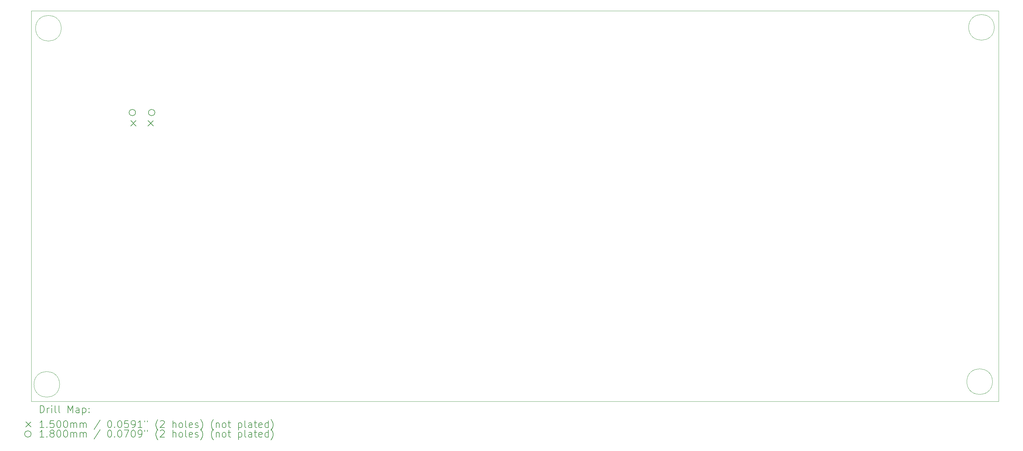
<source format=gbr>
%TF.GenerationSoftware,KiCad,Pcbnew,(6.0.9-0)*%
%TF.CreationDate,2023-10-02T11:36:55-04:00*%
%TF.ProjectId,clock,636c6f63-6b2e-46b6-9963-61645f706362,rev?*%
%TF.SameCoordinates,Original*%
%TF.FileFunction,Drillmap*%
%TF.FilePolarity,Positive*%
%FSLAX45Y45*%
G04 Gerber Fmt 4.5, Leading zero omitted, Abs format (unit mm)*
G04 Created by KiCad (PCBNEW (6.0.9-0)) date 2023-10-02 11:36:55*
%MOMM*%
%LPD*%
G01*
G04 APERTURE LIST*
%ADD10C,0.100000*%
%ADD11C,0.200000*%
%ADD12C,0.150000*%
%ADD13C,0.180000*%
G04 APERTURE END LIST*
D10*
X2017404Y-11734800D02*
G75*
G03*
X2017404Y-11734800I-361002J0D01*
G01*
X2062802Y-1707202D02*
G75*
G03*
X2062802Y-1707202I-361002J0D01*
G01*
X28326402Y-1681802D02*
G75*
G03*
X28326402Y-1681802I-361002J0D01*
G01*
X28275602Y-11658600D02*
G75*
G03*
X28275602Y-11658600I-361002J0D01*
G01*
X1219200Y-1219200D02*
X28448000Y-1219200D01*
X28448000Y-1219200D02*
X28448000Y-12217400D01*
X28448000Y-12217400D02*
X1219200Y-12217400D01*
X1219200Y-12217400D02*
X1219200Y-1219200D01*
D11*
D12*
X4018900Y-4308600D02*
X4168900Y-4458600D01*
X4168900Y-4308600D02*
X4018900Y-4458600D01*
X4503900Y-4308600D02*
X4653900Y-4458600D01*
X4653900Y-4308600D02*
X4503900Y-4458600D01*
D13*
X4153900Y-4080600D02*
G75*
G03*
X4153900Y-4080600I-90000J0D01*
G01*
X4698900Y-4080600D02*
G75*
G03*
X4698900Y-4080600I-90000J0D01*
G01*
D11*
X1471819Y-12532876D02*
X1471819Y-12332876D01*
X1519438Y-12332876D01*
X1548009Y-12342400D01*
X1567057Y-12361448D01*
X1576581Y-12380495D01*
X1586105Y-12418590D01*
X1586105Y-12447162D01*
X1576581Y-12485257D01*
X1567057Y-12504305D01*
X1548009Y-12523352D01*
X1519438Y-12532876D01*
X1471819Y-12532876D01*
X1671819Y-12532876D02*
X1671819Y-12399543D01*
X1671819Y-12437638D02*
X1681343Y-12418590D01*
X1690867Y-12409067D01*
X1709914Y-12399543D01*
X1728962Y-12399543D01*
X1795628Y-12532876D02*
X1795628Y-12399543D01*
X1795628Y-12332876D02*
X1786105Y-12342400D01*
X1795628Y-12351924D01*
X1805152Y-12342400D01*
X1795628Y-12332876D01*
X1795628Y-12351924D01*
X1919438Y-12532876D02*
X1900390Y-12523352D01*
X1890867Y-12504305D01*
X1890867Y-12332876D01*
X2024200Y-12532876D02*
X2005152Y-12523352D01*
X1995628Y-12504305D01*
X1995628Y-12332876D01*
X2252771Y-12532876D02*
X2252771Y-12332876D01*
X2319438Y-12475733D01*
X2386105Y-12332876D01*
X2386105Y-12532876D01*
X2567057Y-12532876D02*
X2567057Y-12428114D01*
X2557533Y-12409067D01*
X2538486Y-12399543D01*
X2500390Y-12399543D01*
X2481343Y-12409067D01*
X2567057Y-12523352D02*
X2548010Y-12532876D01*
X2500390Y-12532876D01*
X2481343Y-12523352D01*
X2471819Y-12504305D01*
X2471819Y-12485257D01*
X2481343Y-12466209D01*
X2500390Y-12456686D01*
X2548010Y-12456686D01*
X2567057Y-12447162D01*
X2662295Y-12399543D02*
X2662295Y-12599543D01*
X2662295Y-12409067D02*
X2681343Y-12399543D01*
X2719438Y-12399543D01*
X2738486Y-12409067D01*
X2748010Y-12418590D01*
X2757533Y-12437638D01*
X2757533Y-12494781D01*
X2748010Y-12513828D01*
X2738486Y-12523352D01*
X2719438Y-12532876D01*
X2681343Y-12532876D01*
X2662295Y-12523352D01*
X2843248Y-12513828D02*
X2852771Y-12523352D01*
X2843248Y-12532876D01*
X2833724Y-12523352D01*
X2843248Y-12513828D01*
X2843248Y-12532876D01*
X2843248Y-12409067D02*
X2852771Y-12418590D01*
X2843248Y-12428114D01*
X2833724Y-12418590D01*
X2843248Y-12409067D01*
X2843248Y-12428114D01*
D12*
X1064200Y-12787400D02*
X1214200Y-12937400D01*
X1214200Y-12787400D02*
X1064200Y-12937400D01*
D11*
X1576581Y-12952876D02*
X1462295Y-12952876D01*
X1519438Y-12952876D02*
X1519438Y-12752876D01*
X1500390Y-12781448D01*
X1481343Y-12800495D01*
X1462295Y-12810019D01*
X1662295Y-12933828D02*
X1671819Y-12943352D01*
X1662295Y-12952876D01*
X1652771Y-12943352D01*
X1662295Y-12933828D01*
X1662295Y-12952876D01*
X1852771Y-12752876D02*
X1757533Y-12752876D01*
X1748009Y-12848114D01*
X1757533Y-12838590D01*
X1776581Y-12829067D01*
X1824200Y-12829067D01*
X1843248Y-12838590D01*
X1852771Y-12848114D01*
X1862295Y-12867162D01*
X1862295Y-12914781D01*
X1852771Y-12933828D01*
X1843248Y-12943352D01*
X1824200Y-12952876D01*
X1776581Y-12952876D01*
X1757533Y-12943352D01*
X1748009Y-12933828D01*
X1986105Y-12752876D02*
X2005152Y-12752876D01*
X2024200Y-12762400D01*
X2033724Y-12771924D01*
X2043248Y-12790971D01*
X2052771Y-12829067D01*
X2052771Y-12876686D01*
X2043248Y-12914781D01*
X2033724Y-12933828D01*
X2024200Y-12943352D01*
X2005152Y-12952876D01*
X1986105Y-12952876D01*
X1967057Y-12943352D01*
X1957533Y-12933828D01*
X1948009Y-12914781D01*
X1938486Y-12876686D01*
X1938486Y-12829067D01*
X1948009Y-12790971D01*
X1957533Y-12771924D01*
X1967057Y-12762400D01*
X1986105Y-12752876D01*
X2176581Y-12752876D02*
X2195629Y-12752876D01*
X2214676Y-12762400D01*
X2224200Y-12771924D01*
X2233724Y-12790971D01*
X2243248Y-12829067D01*
X2243248Y-12876686D01*
X2233724Y-12914781D01*
X2224200Y-12933828D01*
X2214676Y-12943352D01*
X2195629Y-12952876D01*
X2176581Y-12952876D01*
X2157533Y-12943352D01*
X2148010Y-12933828D01*
X2138486Y-12914781D01*
X2128962Y-12876686D01*
X2128962Y-12829067D01*
X2138486Y-12790971D01*
X2148010Y-12771924D01*
X2157533Y-12762400D01*
X2176581Y-12752876D01*
X2328962Y-12952876D02*
X2328962Y-12819543D01*
X2328962Y-12838590D02*
X2338486Y-12829067D01*
X2357533Y-12819543D01*
X2386105Y-12819543D01*
X2405152Y-12829067D01*
X2414676Y-12848114D01*
X2414676Y-12952876D01*
X2414676Y-12848114D02*
X2424200Y-12829067D01*
X2443248Y-12819543D01*
X2471819Y-12819543D01*
X2490867Y-12829067D01*
X2500390Y-12848114D01*
X2500390Y-12952876D01*
X2595629Y-12952876D02*
X2595629Y-12819543D01*
X2595629Y-12838590D02*
X2605152Y-12829067D01*
X2624200Y-12819543D01*
X2652771Y-12819543D01*
X2671819Y-12829067D01*
X2681343Y-12848114D01*
X2681343Y-12952876D01*
X2681343Y-12848114D02*
X2690867Y-12829067D01*
X2709914Y-12819543D01*
X2738486Y-12819543D01*
X2757533Y-12829067D01*
X2767057Y-12848114D01*
X2767057Y-12952876D01*
X3157533Y-12743352D02*
X2986105Y-13000495D01*
X3414676Y-12752876D02*
X3433724Y-12752876D01*
X3452771Y-12762400D01*
X3462295Y-12771924D01*
X3471819Y-12790971D01*
X3481343Y-12829067D01*
X3481343Y-12876686D01*
X3471819Y-12914781D01*
X3462295Y-12933828D01*
X3452771Y-12943352D01*
X3433724Y-12952876D01*
X3414676Y-12952876D01*
X3395628Y-12943352D01*
X3386105Y-12933828D01*
X3376581Y-12914781D01*
X3367057Y-12876686D01*
X3367057Y-12829067D01*
X3376581Y-12790971D01*
X3386105Y-12771924D01*
X3395628Y-12762400D01*
X3414676Y-12752876D01*
X3567057Y-12933828D02*
X3576581Y-12943352D01*
X3567057Y-12952876D01*
X3557533Y-12943352D01*
X3567057Y-12933828D01*
X3567057Y-12952876D01*
X3700390Y-12752876D02*
X3719438Y-12752876D01*
X3738486Y-12762400D01*
X3748009Y-12771924D01*
X3757533Y-12790971D01*
X3767057Y-12829067D01*
X3767057Y-12876686D01*
X3757533Y-12914781D01*
X3748009Y-12933828D01*
X3738486Y-12943352D01*
X3719438Y-12952876D01*
X3700390Y-12952876D01*
X3681343Y-12943352D01*
X3671819Y-12933828D01*
X3662295Y-12914781D01*
X3652771Y-12876686D01*
X3652771Y-12829067D01*
X3662295Y-12790971D01*
X3671819Y-12771924D01*
X3681343Y-12762400D01*
X3700390Y-12752876D01*
X3948009Y-12752876D02*
X3852771Y-12752876D01*
X3843248Y-12848114D01*
X3852771Y-12838590D01*
X3871819Y-12829067D01*
X3919438Y-12829067D01*
X3938486Y-12838590D01*
X3948009Y-12848114D01*
X3957533Y-12867162D01*
X3957533Y-12914781D01*
X3948009Y-12933828D01*
X3938486Y-12943352D01*
X3919438Y-12952876D01*
X3871819Y-12952876D01*
X3852771Y-12943352D01*
X3843248Y-12933828D01*
X4052771Y-12952876D02*
X4090867Y-12952876D01*
X4109914Y-12943352D01*
X4119438Y-12933828D01*
X4138486Y-12905257D01*
X4148009Y-12867162D01*
X4148009Y-12790971D01*
X4138486Y-12771924D01*
X4128962Y-12762400D01*
X4109914Y-12752876D01*
X4071819Y-12752876D01*
X4052771Y-12762400D01*
X4043248Y-12771924D01*
X4033724Y-12790971D01*
X4033724Y-12838590D01*
X4043248Y-12857638D01*
X4052771Y-12867162D01*
X4071819Y-12876686D01*
X4109914Y-12876686D01*
X4128962Y-12867162D01*
X4138486Y-12857638D01*
X4148009Y-12838590D01*
X4338486Y-12952876D02*
X4224200Y-12952876D01*
X4281343Y-12952876D02*
X4281343Y-12752876D01*
X4262295Y-12781448D01*
X4243248Y-12800495D01*
X4224200Y-12810019D01*
X4414676Y-12752876D02*
X4414676Y-12790971D01*
X4490867Y-12752876D02*
X4490867Y-12790971D01*
X4786105Y-13029067D02*
X4776581Y-13019543D01*
X4757533Y-12990971D01*
X4748010Y-12971924D01*
X4738486Y-12943352D01*
X4728962Y-12895733D01*
X4728962Y-12857638D01*
X4738486Y-12810019D01*
X4748010Y-12781448D01*
X4757533Y-12762400D01*
X4776581Y-12733828D01*
X4786105Y-12724305D01*
X4852771Y-12771924D02*
X4862295Y-12762400D01*
X4881343Y-12752876D01*
X4928962Y-12752876D01*
X4948010Y-12762400D01*
X4957533Y-12771924D01*
X4967057Y-12790971D01*
X4967057Y-12810019D01*
X4957533Y-12838590D01*
X4843248Y-12952876D01*
X4967057Y-12952876D01*
X5205152Y-12952876D02*
X5205152Y-12752876D01*
X5290867Y-12952876D02*
X5290867Y-12848114D01*
X5281343Y-12829067D01*
X5262295Y-12819543D01*
X5233724Y-12819543D01*
X5214676Y-12829067D01*
X5205152Y-12838590D01*
X5414676Y-12952876D02*
X5395629Y-12943352D01*
X5386105Y-12933828D01*
X5376581Y-12914781D01*
X5376581Y-12857638D01*
X5386105Y-12838590D01*
X5395629Y-12829067D01*
X5414676Y-12819543D01*
X5443248Y-12819543D01*
X5462295Y-12829067D01*
X5471819Y-12838590D01*
X5481343Y-12857638D01*
X5481343Y-12914781D01*
X5471819Y-12933828D01*
X5462295Y-12943352D01*
X5443248Y-12952876D01*
X5414676Y-12952876D01*
X5595628Y-12952876D02*
X5576581Y-12943352D01*
X5567057Y-12924305D01*
X5567057Y-12752876D01*
X5748009Y-12943352D02*
X5728962Y-12952876D01*
X5690867Y-12952876D01*
X5671819Y-12943352D01*
X5662295Y-12924305D01*
X5662295Y-12848114D01*
X5671819Y-12829067D01*
X5690867Y-12819543D01*
X5728962Y-12819543D01*
X5748009Y-12829067D01*
X5757533Y-12848114D01*
X5757533Y-12867162D01*
X5662295Y-12886209D01*
X5833724Y-12943352D02*
X5852771Y-12952876D01*
X5890867Y-12952876D01*
X5909914Y-12943352D01*
X5919438Y-12924305D01*
X5919438Y-12914781D01*
X5909914Y-12895733D01*
X5890867Y-12886209D01*
X5862295Y-12886209D01*
X5843248Y-12876686D01*
X5833724Y-12857638D01*
X5833724Y-12848114D01*
X5843248Y-12829067D01*
X5862295Y-12819543D01*
X5890867Y-12819543D01*
X5909914Y-12829067D01*
X5986105Y-13029067D02*
X5995628Y-13019543D01*
X6014676Y-12990971D01*
X6024200Y-12971924D01*
X6033724Y-12943352D01*
X6043248Y-12895733D01*
X6043248Y-12857638D01*
X6033724Y-12810019D01*
X6024200Y-12781448D01*
X6014676Y-12762400D01*
X5995628Y-12733828D01*
X5986105Y-12724305D01*
X6348009Y-13029067D02*
X6338486Y-13019543D01*
X6319438Y-12990971D01*
X6309914Y-12971924D01*
X6300390Y-12943352D01*
X6290867Y-12895733D01*
X6290867Y-12857638D01*
X6300390Y-12810019D01*
X6309914Y-12781448D01*
X6319438Y-12762400D01*
X6338486Y-12733828D01*
X6348009Y-12724305D01*
X6424200Y-12819543D02*
X6424200Y-12952876D01*
X6424200Y-12838590D02*
X6433724Y-12829067D01*
X6452771Y-12819543D01*
X6481343Y-12819543D01*
X6500390Y-12829067D01*
X6509914Y-12848114D01*
X6509914Y-12952876D01*
X6633724Y-12952876D02*
X6614676Y-12943352D01*
X6605152Y-12933828D01*
X6595628Y-12914781D01*
X6595628Y-12857638D01*
X6605152Y-12838590D01*
X6614676Y-12829067D01*
X6633724Y-12819543D01*
X6662295Y-12819543D01*
X6681343Y-12829067D01*
X6690867Y-12838590D01*
X6700390Y-12857638D01*
X6700390Y-12914781D01*
X6690867Y-12933828D01*
X6681343Y-12943352D01*
X6662295Y-12952876D01*
X6633724Y-12952876D01*
X6757533Y-12819543D02*
X6833724Y-12819543D01*
X6786105Y-12752876D02*
X6786105Y-12924305D01*
X6795628Y-12943352D01*
X6814676Y-12952876D01*
X6833724Y-12952876D01*
X7052771Y-12819543D02*
X7052771Y-13019543D01*
X7052771Y-12829067D02*
X7071819Y-12819543D01*
X7109914Y-12819543D01*
X7128962Y-12829067D01*
X7138486Y-12838590D01*
X7148009Y-12857638D01*
X7148009Y-12914781D01*
X7138486Y-12933828D01*
X7128962Y-12943352D01*
X7109914Y-12952876D01*
X7071819Y-12952876D01*
X7052771Y-12943352D01*
X7262295Y-12952876D02*
X7243248Y-12943352D01*
X7233724Y-12924305D01*
X7233724Y-12752876D01*
X7424200Y-12952876D02*
X7424200Y-12848114D01*
X7414676Y-12829067D01*
X7395628Y-12819543D01*
X7357533Y-12819543D01*
X7338486Y-12829067D01*
X7424200Y-12943352D02*
X7405152Y-12952876D01*
X7357533Y-12952876D01*
X7338486Y-12943352D01*
X7328962Y-12924305D01*
X7328962Y-12905257D01*
X7338486Y-12886209D01*
X7357533Y-12876686D01*
X7405152Y-12876686D01*
X7424200Y-12867162D01*
X7490867Y-12819543D02*
X7567057Y-12819543D01*
X7519438Y-12752876D02*
X7519438Y-12924305D01*
X7528962Y-12943352D01*
X7548009Y-12952876D01*
X7567057Y-12952876D01*
X7709914Y-12943352D02*
X7690867Y-12952876D01*
X7652771Y-12952876D01*
X7633724Y-12943352D01*
X7624200Y-12924305D01*
X7624200Y-12848114D01*
X7633724Y-12829067D01*
X7652771Y-12819543D01*
X7690867Y-12819543D01*
X7709914Y-12829067D01*
X7719438Y-12848114D01*
X7719438Y-12867162D01*
X7624200Y-12886209D01*
X7890867Y-12952876D02*
X7890867Y-12752876D01*
X7890867Y-12943352D02*
X7871819Y-12952876D01*
X7833724Y-12952876D01*
X7814676Y-12943352D01*
X7805152Y-12933828D01*
X7795628Y-12914781D01*
X7795628Y-12857638D01*
X7805152Y-12838590D01*
X7814676Y-12829067D01*
X7833724Y-12819543D01*
X7871819Y-12819543D01*
X7890867Y-12829067D01*
X7967057Y-13029067D02*
X7976581Y-13019543D01*
X7995628Y-12990971D01*
X8005152Y-12971924D01*
X8014676Y-12943352D01*
X8024200Y-12895733D01*
X8024200Y-12857638D01*
X8014676Y-12810019D01*
X8005152Y-12781448D01*
X7995628Y-12762400D01*
X7976581Y-12733828D01*
X7967057Y-12724305D01*
D13*
X1214200Y-13132400D02*
G75*
G03*
X1214200Y-13132400I-90000J0D01*
G01*
D11*
X1576581Y-13222876D02*
X1462295Y-13222876D01*
X1519438Y-13222876D02*
X1519438Y-13022876D01*
X1500390Y-13051448D01*
X1481343Y-13070495D01*
X1462295Y-13080019D01*
X1662295Y-13203828D02*
X1671819Y-13213352D01*
X1662295Y-13222876D01*
X1652771Y-13213352D01*
X1662295Y-13203828D01*
X1662295Y-13222876D01*
X1786105Y-13108590D02*
X1767057Y-13099067D01*
X1757533Y-13089543D01*
X1748009Y-13070495D01*
X1748009Y-13060971D01*
X1757533Y-13041924D01*
X1767057Y-13032400D01*
X1786105Y-13022876D01*
X1824200Y-13022876D01*
X1843248Y-13032400D01*
X1852771Y-13041924D01*
X1862295Y-13060971D01*
X1862295Y-13070495D01*
X1852771Y-13089543D01*
X1843248Y-13099067D01*
X1824200Y-13108590D01*
X1786105Y-13108590D01*
X1767057Y-13118114D01*
X1757533Y-13127638D01*
X1748009Y-13146686D01*
X1748009Y-13184781D01*
X1757533Y-13203828D01*
X1767057Y-13213352D01*
X1786105Y-13222876D01*
X1824200Y-13222876D01*
X1843248Y-13213352D01*
X1852771Y-13203828D01*
X1862295Y-13184781D01*
X1862295Y-13146686D01*
X1852771Y-13127638D01*
X1843248Y-13118114D01*
X1824200Y-13108590D01*
X1986105Y-13022876D02*
X2005152Y-13022876D01*
X2024200Y-13032400D01*
X2033724Y-13041924D01*
X2043248Y-13060971D01*
X2052771Y-13099067D01*
X2052771Y-13146686D01*
X2043248Y-13184781D01*
X2033724Y-13203828D01*
X2024200Y-13213352D01*
X2005152Y-13222876D01*
X1986105Y-13222876D01*
X1967057Y-13213352D01*
X1957533Y-13203828D01*
X1948009Y-13184781D01*
X1938486Y-13146686D01*
X1938486Y-13099067D01*
X1948009Y-13060971D01*
X1957533Y-13041924D01*
X1967057Y-13032400D01*
X1986105Y-13022876D01*
X2176581Y-13022876D02*
X2195629Y-13022876D01*
X2214676Y-13032400D01*
X2224200Y-13041924D01*
X2233724Y-13060971D01*
X2243248Y-13099067D01*
X2243248Y-13146686D01*
X2233724Y-13184781D01*
X2224200Y-13203828D01*
X2214676Y-13213352D01*
X2195629Y-13222876D01*
X2176581Y-13222876D01*
X2157533Y-13213352D01*
X2148010Y-13203828D01*
X2138486Y-13184781D01*
X2128962Y-13146686D01*
X2128962Y-13099067D01*
X2138486Y-13060971D01*
X2148010Y-13041924D01*
X2157533Y-13032400D01*
X2176581Y-13022876D01*
X2328962Y-13222876D02*
X2328962Y-13089543D01*
X2328962Y-13108590D02*
X2338486Y-13099067D01*
X2357533Y-13089543D01*
X2386105Y-13089543D01*
X2405152Y-13099067D01*
X2414676Y-13118114D01*
X2414676Y-13222876D01*
X2414676Y-13118114D02*
X2424200Y-13099067D01*
X2443248Y-13089543D01*
X2471819Y-13089543D01*
X2490867Y-13099067D01*
X2500390Y-13118114D01*
X2500390Y-13222876D01*
X2595629Y-13222876D02*
X2595629Y-13089543D01*
X2595629Y-13108590D02*
X2605152Y-13099067D01*
X2624200Y-13089543D01*
X2652771Y-13089543D01*
X2671819Y-13099067D01*
X2681343Y-13118114D01*
X2681343Y-13222876D01*
X2681343Y-13118114D02*
X2690867Y-13099067D01*
X2709914Y-13089543D01*
X2738486Y-13089543D01*
X2757533Y-13099067D01*
X2767057Y-13118114D01*
X2767057Y-13222876D01*
X3157533Y-13013352D02*
X2986105Y-13270495D01*
X3414676Y-13022876D02*
X3433724Y-13022876D01*
X3452771Y-13032400D01*
X3462295Y-13041924D01*
X3471819Y-13060971D01*
X3481343Y-13099067D01*
X3481343Y-13146686D01*
X3471819Y-13184781D01*
X3462295Y-13203828D01*
X3452771Y-13213352D01*
X3433724Y-13222876D01*
X3414676Y-13222876D01*
X3395628Y-13213352D01*
X3386105Y-13203828D01*
X3376581Y-13184781D01*
X3367057Y-13146686D01*
X3367057Y-13099067D01*
X3376581Y-13060971D01*
X3386105Y-13041924D01*
X3395628Y-13032400D01*
X3414676Y-13022876D01*
X3567057Y-13203828D02*
X3576581Y-13213352D01*
X3567057Y-13222876D01*
X3557533Y-13213352D01*
X3567057Y-13203828D01*
X3567057Y-13222876D01*
X3700390Y-13022876D02*
X3719438Y-13022876D01*
X3738486Y-13032400D01*
X3748009Y-13041924D01*
X3757533Y-13060971D01*
X3767057Y-13099067D01*
X3767057Y-13146686D01*
X3757533Y-13184781D01*
X3748009Y-13203828D01*
X3738486Y-13213352D01*
X3719438Y-13222876D01*
X3700390Y-13222876D01*
X3681343Y-13213352D01*
X3671819Y-13203828D01*
X3662295Y-13184781D01*
X3652771Y-13146686D01*
X3652771Y-13099067D01*
X3662295Y-13060971D01*
X3671819Y-13041924D01*
X3681343Y-13032400D01*
X3700390Y-13022876D01*
X3833724Y-13022876D02*
X3967057Y-13022876D01*
X3881343Y-13222876D01*
X4081343Y-13022876D02*
X4100390Y-13022876D01*
X4119438Y-13032400D01*
X4128962Y-13041924D01*
X4138486Y-13060971D01*
X4148009Y-13099067D01*
X4148009Y-13146686D01*
X4138486Y-13184781D01*
X4128962Y-13203828D01*
X4119438Y-13213352D01*
X4100390Y-13222876D01*
X4081343Y-13222876D01*
X4062295Y-13213352D01*
X4052771Y-13203828D01*
X4043248Y-13184781D01*
X4033724Y-13146686D01*
X4033724Y-13099067D01*
X4043248Y-13060971D01*
X4052771Y-13041924D01*
X4062295Y-13032400D01*
X4081343Y-13022876D01*
X4243248Y-13222876D02*
X4281343Y-13222876D01*
X4300390Y-13213352D01*
X4309914Y-13203828D01*
X4328962Y-13175257D01*
X4338486Y-13137162D01*
X4338486Y-13060971D01*
X4328962Y-13041924D01*
X4319438Y-13032400D01*
X4300390Y-13022876D01*
X4262295Y-13022876D01*
X4243248Y-13032400D01*
X4233724Y-13041924D01*
X4224200Y-13060971D01*
X4224200Y-13108590D01*
X4233724Y-13127638D01*
X4243248Y-13137162D01*
X4262295Y-13146686D01*
X4300390Y-13146686D01*
X4319438Y-13137162D01*
X4328962Y-13127638D01*
X4338486Y-13108590D01*
X4414676Y-13022876D02*
X4414676Y-13060971D01*
X4490867Y-13022876D02*
X4490867Y-13060971D01*
X4786105Y-13299067D02*
X4776581Y-13289543D01*
X4757533Y-13260971D01*
X4748010Y-13241924D01*
X4738486Y-13213352D01*
X4728962Y-13165733D01*
X4728962Y-13127638D01*
X4738486Y-13080019D01*
X4748010Y-13051448D01*
X4757533Y-13032400D01*
X4776581Y-13003828D01*
X4786105Y-12994305D01*
X4852771Y-13041924D02*
X4862295Y-13032400D01*
X4881343Y-13022876D01*
X4928962Y-13022876D01*
X4948010Y-13032400D01*
X4957533Y-13041924D01*
X4967057Y-13060971D01*
X4967057Y-13080019D01*
X4957533Y-13108590D01*
X4843248Y-13222876D01*
X4967057Y-13222876D01*
X5205152Y-13222876D02*
X5205152Y-13022876D01*
X5290867Y-13222876D02*
X5290867Y-13118114D01*
X5281343Y-13099067D01*
X5262295Y-13089543D01*
X5233724Y-13089543D01*
X5214676Y-13099067D01*
X5205152Y-13108590D01*
X5414676Y-13222876D02*
X5395629Y-13213352D01*
X5386105Y-13203828D01*
X5376581Y-13184781D01*
X5376581Y-13127638D01*
X5386105Y-13108590D01*
X5395629Y-13099067D01*
X5414676Y-13089543D01*
X5443248Y-13089543D01*
X5462295Y-13099067D01*
X5471819Y-13108590D01*
X5481343Y-13127638D01*
X5481343Y-13184781D01*
X5471819Y-13203828D01*
X5462295Y-13213352D01*
X5443248Y-13222876D01*
X5414676Y-13222876D01*
X5595628Y-13222876D02*
X5576581Y-13213352D01*
X5567057Y-13194305D01*
X5567057Y-13022876D01*
X5748009Y-13213352D02*
X5728962Y-13222876D01*
X5690867Y-13222876D01*
X5671819Y-13213352D01*
X5662295Y-13194305D01*
X5662295Y-13118114D01*
X5671819Y-13099067D01*
X5690867Y-13089543D01*
X5728962Y-13089543D01*
X5748009Y-13099067D01*
X5757533Y-13118114D01*
X5757533Y-13137162D01*
X5662295Y-13156209D01*
X5833724Y-13213352D02*
X5852771Y-13222876D01*
X5890867Y-13222876D01*
X5909914Y-13213352D01*
X5919438Y-13194305D01*
X5919438Y-13184781D01*
X5909914Y-13165733D01*
X5890867Y-13156209D01*
X5862295Y-13156209D01*
X5843248Y-13146686D01*
X5833724Y-13127638D01*
X5833724Y-13118114D01*
X5843248Y-13099067D01*
X5862295Y-13089543D01*
X5890867Y-13089543D01*
X5909914Y-13099067D01*
X5986105Y-13299067D02*
X5995628Y-13289543D01*
X6014676Y-13260971D01*
X6024200Y-13241924D01*
X6033724Y-13213352D01*
X6043248Y-13165733D01*
X6043248Y-13127638D01*
X6033724Y-13080019D01*
X6024200Y-13051448D01*
X6014676Y-13032400D01*
X5995628Y-13003828D01*
X5986105Y-12994305D01*
X6348009Y-13299067D02*
X6338486Y-13289543D01*
X6319438Y-13260971D01*
X6309914Y-13241924D01*
X6300390Y-13213352D01*
X6290867Y-13165733D01*
X6290867Y-13127638D01*
X6300390Y-13080019D01*
X6309914Y-13051448D01*
X6319438Y-13032400D01*
X6338486Y-13003828D01*
X6348009Y-12994305D01*
X6424200Y-13089543D02*
X6424200Y-13222876D01*
X6424200Y-13108590D02*
X6433724Y-13099067D01*
X6452771Y-13089543D01*
X6481343Y-13089543D01*
X6500390Y-13099067D01*
X6509914Y-13118114D01*
X6509914Y-13222876D01*
X6633724Y-13222876D02*
X6614676Y-13213352D01*
X6605152Y-13203828D01*
X6595628Y-13184781D01*
X6595628Y-13127638D01*
X6605152Y-13108590D01*
X6614676Y-13099067D01*
X6633724Y-13089543D01*
X6662295Y-13089543D01*
X6681343Y-13099067D01*
X6690867Y-13108590D01*
X6700390Y-13127638D01*
X6700390Y-13184781D01*
X6690867Y-13203828D01*
X6681343Y-13213352D01*
X6662295Y-13222876D01*
X6633724Y-13222876D01*
X6757533Y-13089543D02*
X6833724Y-13089543D01*
X6786105Y-13022876D02*
X6786105Y-13194305D01*
X6795628Y-13213352D01*
X6814676Y-13222876D01*
X6833724Y-13222876D01*
X7052771Y-13089543D02*
X7052771Y-13289543D01*
X7052771Y-13099067D02*
X7071819Y-13089543D01*
X7109914Y-13089543D01*
X7128962Y-13099067D01*
X7138486Y-13108590D01*
X7148009Y-13127638D01*
X7148009Y-13184781D01*
X7138486Y-13203828D01*
X7128962Y-13213352D01*
X7109914Y-13222876D01*
X7071819Y-13222876D01*
X7052771Y-13213352D01*
X7262295Y-13222876D02*
X7243248Y-13213352D01*
X7233724Y-13194305D01*
X7233724Y-13022876D01*
X7424200Y-13222876D02*
X7424200Y-13118114D01*
X7414676Y-13099067D01*
X7395628Y-13089543D01*
X7357533Y-13089543D01*
X7338486Y-13099067D01*
X7424200Y-13213352D02*
X7405152Y-13222876D01*
X7357533Y-13222876D01*
X7338486Y-13213352D01*
X7328962Y-13194305D01*
X7328962Y-13175257D01*
X7338486Y-13156209D01*
X7357533Y-13146686D01*
X7405152Y-13146686D01*
X7424200Y-13137162D01*
X7490867Y-13089543D02*
X7567057Y-13089543D01*
X7519438Y-13022876D02*
X7519438Y-13194305D01*
X7528962Y-13213352D01*
X7548009Y-13222876D01*
X7567057Y-13222876D01*
X7709914Y-13213352D02*
X7690867Y-13222876D01*
X7652771Y-13222876D01*
X7633724Y-13213352D01*
X7624200Y-13194305D01*
X7624200Y-13118114D01*
X7633724Y-13099067D01*
X7652771Y-13089543D01*
X7690867Y-13089543D01*
X7709914Y-13099067D01*
X7719438Y-13118114D01*
X7719438Y-13137162D01*
X7624200Y-13156209D01*
X7890867Y-13222876D02*
X7890867Y-13022876D01*
X7890867Y-13213352D02*
X7871819Y-13222876D01*
X7833724Y-13222876D01*
X7814676Y-13213352D01*
X7805152Y-13203828D01*
X7795628Y-13184781D01*
X7795628Y-13127638D01*
X7805152Y-13108590D01*
X7814676Y-13099067D01*
X7833724Y-13089543D01*
X7871819Y-13089543D01*
X7890867Y-13099067D01*
X7967057Y-13299067D02*
X7976581Y-13289543D01*
X7995628Y-13260971D01*
X8005152Y-13241924D01*
X8014676Y-13213352D01*
X8024200Y-13165733D01*
X8024200Y-13127638D01*
X8014676Y-13080019D01*
X8005152Y-13051448D01*
X7995628Y-13032400D01*
X7976581Y-13003828D01*
X7967057Y-12994305D01*
M02*

</source>
